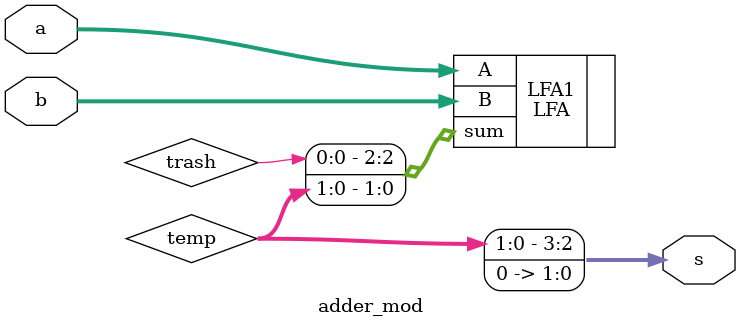
<source format=sv>

module adder_mod #(parameter width = 2)(
    input logic [width-1:0] a,b,
    output logic [width+1:0] s
    );
    
    //assign s = {a + b, 2'b00};
    logic [width-1:0] temp;
    logic trash;
    LFA #(.width(width)) LFA1(.A(a), .B(b), .sum({trash, temp}));
    
    assign s = {temp, 2'b00};
endmodule

</source>
